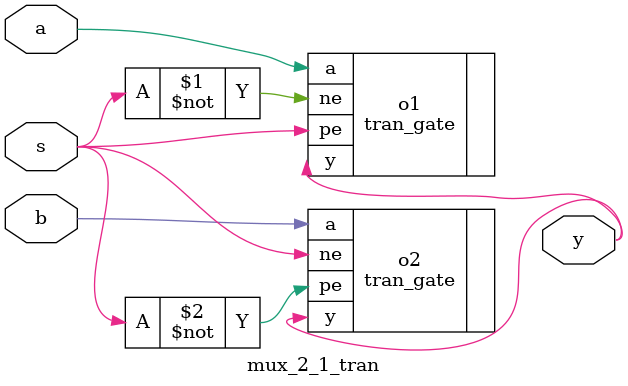
<source format=v>
`include "tran_gate.v"

module mux_2_1_tran(input a, input b, input s, output y);
tran_gate o1(.a(a),.ne(~s),.pe(s),.y(y));
tran_gate o2(.a(b),.ne(s),.pe(~s),.y(y));
endmodule

</source>
